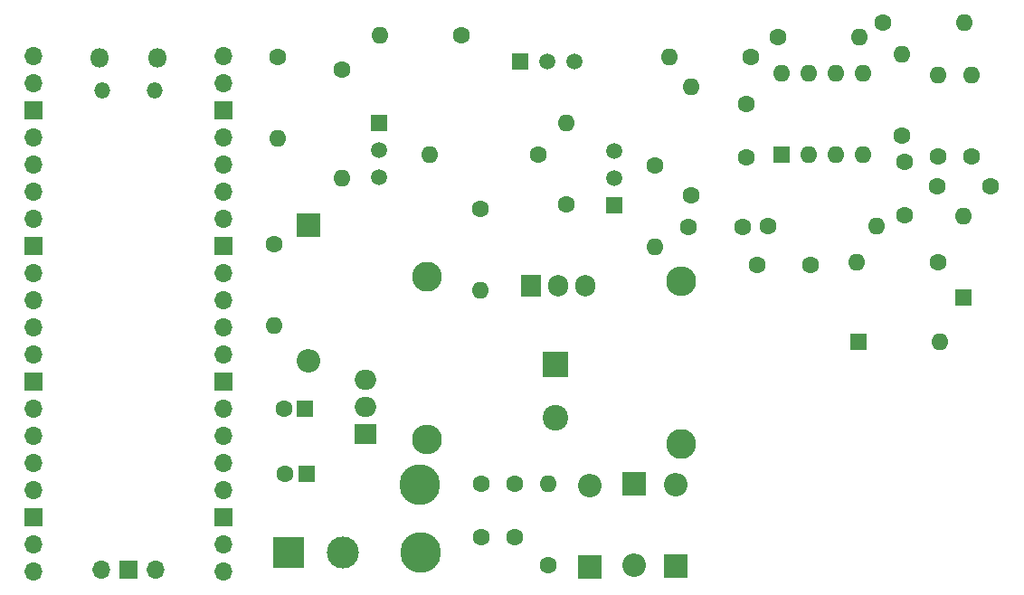
<source format=gbr>
%TF.GenerationSoftware,KiCad,Pcbnew,7.0.11+dfsg-1build4*%
%TF.CreationDate,2025-10-10T15:34:20-05:00*%
%TF.ProjectId,Synchronizer,53796e63-6872-46f6-9e69-7a65722e6b69,rev?*%
%TF.SameCoordinates,Original*%
%TF.FileFunction,Soldermask,Bot*%
%TF.FilePolarity,Negative*%
%FSLAX46Y46*%
G04 Gerber Fmt 4.6, Leading zero omitted, Abs format (unit mm)*
G04 Created by KiCad (PCBNEW 7.0.11+dfsg-1build4) date 2025-10-10 15:34:20*
%MOMM*%
%LPD*%
G01*
G04 APERTURE LIST*
%ADD10C,1.600000*%
%ADD11O,1.600000X1.600000*%
%ADD12C,2.800000*%
%ADD13O,2.800000X2.800000*%
%ADD14R,1.600000X1.600000*%
%ADD15R,2.200000X2.200000*%
%ADD16O,2.200000X2.200000*%
%ADD17R,3.000000X3.000000*%
%ADD18C,3.000000*%
%ADD19R,1.500000X1.500000*%
%ADD20C,1.500000*%
%ADD21R,2.400000X2.400000*%
%ADD22C,2.400000*%
%ADD23O,1.700000X1.700000*%
%ADD24R,1.700000X1.700000*%
%ADD25O,1.800000X1.800000*%
%ADD26O,1.500000X1.500000*%
%ADD27C,3.800000*%
%ADD28R,2.000000X1.905000*%
%ADD29O,2.000000X1.905000*%
%ADD30R,1.905000X2.000000*%
%ADD31O,1.905000X2.000000*%
G04 APERTURE END LIST*
D10*
%TO.C,R20*%
X164270000Y-28410000D03*
D11*
X156650000Y-28410000D03*
%TD*%
D10*
%TO.C,R19*%
X176630000Y-25220000D03*
D11*
X184250000Y-25220000D03*
%TD*%
D10*
%TO.C,R11*%
X165820000Y-44310000D03*
D11*
X175980000Y-44310000D03*
%TD*%
D10*
%TO.C,R3*%
X125950000Y-29620000D03*
D11*
X125950000Y-39780000D03*
%TD*%
D10*
%TO.C,R9*%
X158630000Y-41420000D03*
D11*
X158630000Y-31260000D03*
%TD*%
D10*
%TO.C,R4*%
X144330000Y-37620000D03*
D11*
X134170000Y-37620000D03*
%TD*%
D12*
%TO.C,R17*%
X133940000Y-49010000D03*
D13*
X133940000Y-64250000D03*
%TD*%
D14*
%TO.C,U3*%
X167130000Y-37560000D03*
D11*
X169670000Y-37560000D03*
X172210000Y-37560000D03*
X174750000Y-37560000D03*
X174750000Y-29940000D03*
X172210000Y-29940000D03*
X169670000Y-29940000D03*
X167130000Y-29940000D03*
%TD*%
D15*
%TO.C,D1*%
X122830000Y-44160000D03*
D16*
X122830000Y-56860000D03*
%TD*%
D17*
%TO.C,J1*%
X121000000Y-74820000D03*
D18*
X126080000Y-74820000D03*
%TD*%
D19*
%TO.C,Q4*%
X142650000Y-28840000D03*
D20*
X145190000Y-28840000D03*
X147730000Y-28840000D03*
%TD*%
D19*
%TO.C,Q2*%
X151430000Y-42330000D03*
D20*
X151430000Y-39790000D03*
X151430000Y-37250000D03*
%TD*%
D19*
%TO.C,Q1*%
X129480000Y-34650000D03*
D20*
X129480000Y-37190000D03*
X129480000Y-39730000D03*
%TD*%
D10*
%TO.C,R18*%
X145310000Y-76000000D03*
D11*
X145310000Y-68380000D03*
%TD*%
D15*
%TO.C,D6*%
X157250000Y-76090000D03*
D16*
X157250000Y-68470000D03*
%TD*%
D15*
%TO.C,D5*%
X153290000Y-68410000D03*
D16*
X153290000Y-76030000D03*
%TD*%
D10*
%TO.C,C8*%
X178600000Y-38270000D03*
X178600000Y-43270000D03*
%TD*%
%TO.C,R1*%
X119630000Y-46000000D03*
D11*
X119630000Y-53620000D03*
%TD*%
D21*
%TO.C,C10*%
X145950000Y-57250000D03*
D22*
X145950000Y-62250000D03*
%TD*%
D14*
%TO.C,D3*%
X184160000Y-50990000D03*
D11*
X184160000Y-43370000D03*
%TD*%
D10*
%TO.C,R5*%
X155240000Y-38590000D03*
D11*
X155240000Y-46210000D03*
%TD*%
D23*
%TO.C,U1*%
X108530000Y-76420000D03*
D24*
X105990000Y-76420000D03*
D23*
X103450000Y-76420000D03*
X114880000Y-28390000D03*
X114880000Y-30930000D03*
D24*
X114880000Y-33470000D03*
D23*
X114880000Y-36010000D03*
X114880000Y-38550000D03*
X114880000Y-41090000D03*
X114880000Y-43630000D03*
D24*
X114880000Y-46170000D03*
D23*
X114880000Y-48710000D03*
X114880000Y-51250000D03*
X114880000Y-53790000D03*
X114880000Y-56330000D03*
D24*
X114880000Y-58870000D03*
D23*
X114880000Y-61410000D03*
X114880000Y-63950000D03*
X114880000Y-66490000D03*
X114880000Y-69030000D03*
D24*
X114880000Y-71570000D03*
D23*
X114880000Y-74110000D03*
X114880000Y-76650000D03*
X97100000Y-76650000D03*
X97100000Y-74110000D03*
D24*
X97100000Y-71570000D03*
D23*
X97100000Y-69030000D03*
X97100000Y-66490000D03*
X97100000Y-63950000D03*
X97100000Y-61410000D03*
D24*
X97100000Y-58870000D03*
D23*
X97100000Y-56330000D03*
X97100000Y-53790000D03*
X97100000Y-51250000D03*
X97100000Y-48710000D03*
D24*
X97100000Y-46170000D03*
D23*
X97100000Y-43630000D03*
X97100000Y-41090000D03*
X97100000Y-38550000D03*
X97100000Y-36010000D03*
D24*
X97100000Y-33470000D03*
D23*
X97100000Y-30930000D03*
X97100000Y-28390000D03*
D25*
X108715000Y-28520000D03*
D26*
X108415000Y-31550000D03*
X103565000Y-31550000D03*
D25*
X103265000Y-28520000D03*
%TD*%
D10*
%TO.C,R16*%
X166750000Y-26560000D03*
D11*
X174370000Y-26560000D03*
%TD*%
D10*
%TO.C,C4*%
X139000000Y-73400000D03*
X139000000Y-68400000D03*
%TD*%
D15*
%TO.C,D2*%
X149160000Y-76200000D03*
D16*
X149160000Y-68580000D03*
%TD*%
D10*
%TO.C,R13*%
X184940000Y-37790000D03*
D11*
X184940000Y-30170000D03*
%TD*%
D10*
%TO.C,R15*%
X178390000Y-35790000D03*
D11*
X178390000Y-28170000D03*
%TD*%
D10*
%TO.C,R12*%
X181800000Y-37790000D03*
D11*
X181800000Y-30170000D03*
%TD*%
D10*
%TO.C,R7*%
X137110000Y-26440000D03*
D11*
X129490000Y-26440000D03*
%TD*%
D10*
%TO.C,C9*%
X164830000Y-47930000D03*
X169830000Y-47930000D03*
%TD*%
D14*
%TO.C,C2*%
X122520000Y-61370000D03*
D10*
X120520000Y-61370000D03*
%TD*%
D14*
%TO.C,D4*%
X174290000Y-55160000D03*
D11*
X181910000Y-55160000D03*
%TD*%
D10*
%TO.C,C3*%
X142130000Y-73400000D03*
X142130000Y-68400000D03*
%TD*%
%TO.C,C5*%
X163840000Y-32820000D03*
X163840000Y-37820000D03*
%TD*%
D12*
%TO.C,R6*%
X157750000Y-64710000D03*
D13*
X157750000Y-49470000D03*
%TD*%
D14*
%TO.C,C1*%
X122660000Y-67440000D03*
D10*
X120660000Y-67440000D03*
%TD*%
%TO.C,R14*%
X181770000Y-47710000D03*
D11*
X174150000Y-47710000D03*
%TD*%
%TO.C,R8*%
X146970000Y-34640000D03*
D10*
X146970000Y-42260000D03*
%TD*%
%TO.C,R10*%
X138910000Y-42680000D03*
D11*
X138910000Y-50300000D03*
%TD*%
D27*
%TO.C,J2*%
X133310000Y-74810000D03*
%TD*%
D10*
%TO.C,C6*%
X158440000Y-44370000D03*
X163440000Y-44370000D03*
%TD*%
%TO.C,C7*%
X186710000Y-40540000D03*
X181710000Y-40540000D03*
%TD*%
D27*
%TO.C,J3*%
X133250000Y-68500000D03*
%TD*%
D10*
%TO.C,R2*%
X119990000Y-28430000D03*
D11*
X119990000Y-36050000D03*
%TD*%
D28*
%TO.C,U2*%
X128170000Y-63780000D03*
D29*
X128170000Y-61240000D03*
X128170000Y-58700000D03*
%TD*%
D30*
%TO.C,Q3*%
X143630000Y-49870000D03*
D31*
X146170000Y-49870000D03*
X148710000Y-49870000D03*
%TD*%
M02*

</source>
